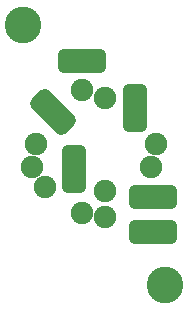
<source format=gbr>
%TF.GenerationSoftware,KiCad,Pcbnew,7.0.1*%
%TF.CreationDate,2024-04-03T18:52:35-06:00*%
%TF.ProjectId,HOTAS_Hat Switch Breakout,484f5441-535f-4486-9174-205377697463,rev?*%
%TF.SameCoordinates,Original*%
%TF.FileFunction,Soldermask,Top*%
%TF.FilePolarity,Negative*%
%FSLAX46Y46*%
G04 Gerber Fmt 4.6, Leading zero omitted, Abs format (unit mm)*
G04 Created by KiCad (PCBNEW 7.0.1) date 2024-04-03 18:52:35*
%MOMM*%
%LPD*%
G01*
G04 APERTURE LIST*
G04 Aperture macros list*
%AMRoundRect*
0 Rectangle with rounded corners*
0 $1 Rounding radius*
0 $2 $3 $4 $5 $6 $7 $8 $9 X,Y pos of 4 corners*
0 Add a 4 corners polygon primitive as box body*
4,1,4,$2,$3,$4,$5,$6,$7,$8,$9,$2,$3,0*
0 Add four circle primitives for the rounded corners*
1,1,$1+$1,$2,$3*
1,1,$1+$1,$4,$5*
1,1,$1+$1,$6,$7*
1,1,$1+$1,$8,$9*
0 Add four rect primitives between the rounded corners*
20,1,$1+$1,$2,$3,$4,$5,0*
20,1,$1+$1,$4,$5,$6,$7,0*
20,1,$1+$1,$6,$7,$8,$9,0*
20,1,$1+$1,$8,$9,$2,$3,0*%
G04 Aperture macros list end*
%ADD10RoundRect,0.550000X0.500000X1.500000X-0.500000X1.500000X-0.500000X-1.500000X0.500000X-1.500000X0*%
%ADD11RoundRect,0.550000X-1.500000X0.500000X-1.500000X-0.500000X1.500000X-0.500000X1.500000X0.500000X0*%
%ADD12RoundRect,0.550000X-0.500000X-1.500000X0.500000X-1.500000X0.500000X1.500000X-0.500000X1.500000X0*%
%ADD13RoundRect,0.550000X0.707107X-1.414214X1.414214X-0.707107X-0.707107X1.414214X-1.414214X0.707107X0*%
%ADD14RoundRect,0.550000X1.500000X-0.500000X1.500000X0.500000X-1.500000X0.500000X-1.500000X-0.500000X0*%
%ADD15C,1.900000*%
%ADD16C,3.100000*%
G04 APERTURE END LIST*
D10*
%TO.C,J1*%
X3500000Y4000000D03*
%TD*%
D11*
%TO.C,J2*%
X5000000Y-3500000D03*
%TD*%
D12*
%TO.C,J3*%
X-1684192Y-1171818D03*
%TD*%
D13*
%TO.C,J4*%
X-3430714Y3662774D03*
%TD*%
D14*
%TO.C,J6*%
X5000000Y-6500000D03*
%TD*%
%TO.C,J5*%
X-1000000Y8000000D03*
%TD*%
D15*
%TO.C,S1*%
X1000000Y-3000000D03*
X1000000Y4848000D03*
X4845000Y-1000000D03*
X-1000000Y-4848000D03*
X1000000Y-5256000D03*
X-4848000Y1000000D03*
X-4150000Y-2698000D03*
X-5256000Y-1000000D03*
X-1000000Y5526000D03*
X5256000Y1000000D03*
%TD*%
D16*
%TO.C,H2*%
X6000000Y-11000000D03*
%TD*%
%TO.C,H1*%
X-6000000Y11000000D03*
%TD*%
M02*

</source>
